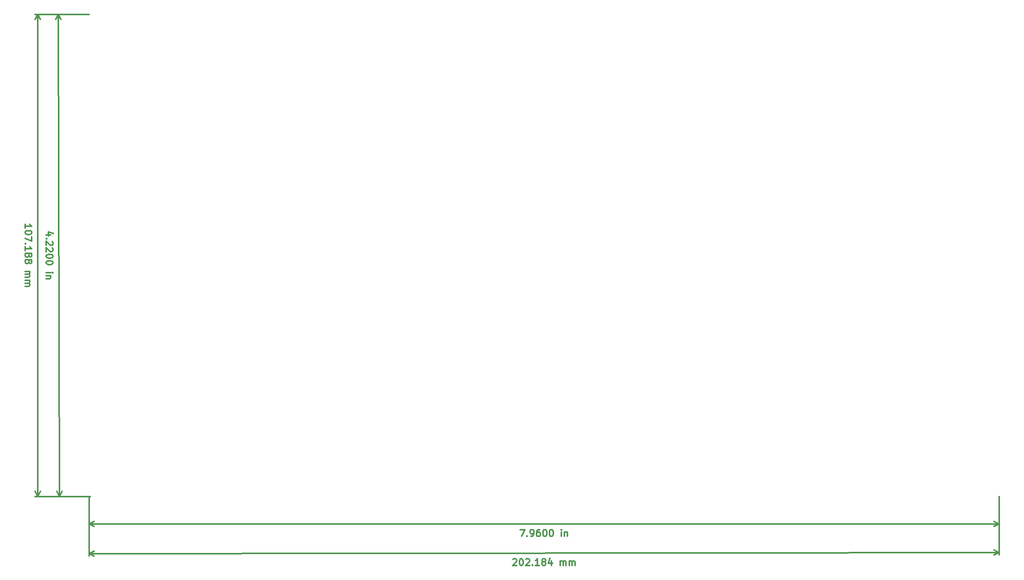
<source format=gbr>
G04 #@! TF.GenerationSoftware,KiCad,Pcbnew,(5.0.0-rc2-39-ga12b9db58)*
G04 #@! TF.CreationDate,2018-05-30T01:03:46-03:00*
G04 #@! TF.ProjectId,Mcc18,4D636331382E6B696361645F70636200,rev?*
G04 #@! TF.SameCoordinates,PX2fb84f0PY2607d70*
G04 #@! TF.FileFunction,Drawing*
%FSLAX46Y46*%
G04 Gerber Fmt 4.6, Leading zero omitted, Abs format (unit mm)*
G04 Created by KiCad (PCBNEW (5.0.0-rc2-39-ga12b9db58)) date Wed May 30 01:03:46 2018*
%MOMM*%
%LPD*%
G01*
G04 APERTURE LIST*
%ADD10C,0.300000*%
G04 APERTURE END LIST*
D10*
X95770571Y-114562571D02*
X96770571Y-114562571D01*
X96127714Y-116062571D01*
X97342000Y-115919714D02*
X97413428Y-115991142D01*
X97342000Y-116062571D01*
X97270571Y-115991142D01*
X97342000Y-115919714D01*
X97342000Y-116062571D01*
X98127714Y-116062571D02*
X98413428Y-116062571D01*
X98556285Y-115991142D01*
X98627714Y-115919714D01*
X98770571Y-115705428D01*
X98842000Y-115419714D01*
X98842000Y-114848285D01*
X98770571Y-114705428D01*
X98699142Y-114634000D01*
X98556285Y-114562571D01*
X98270571Y-114562571D01*
X98127714Y-114634000D01*
X98056285Y-114705428D01*
X97984857Y-114848285D01*
X97984857Y-115205428D01*
X98056285Y-115348285D01*
X98127714Y-115419714D01*
X98270571Y-115491142D01*
X98556285Y-115491142D01*
X98699142Y-115419714D01*
X98770571Y-115348285D01*
X98842000Y-115205428D01*
X100127714Y-114562571D02*
X99842000Y-114562571D01*
X99699142Y-114634000D01*
X99627714Y-114705428D01*
X99484857Y-114919714D01*
X99413428Y-115205428D01*
X99413428Y-115776857D01*
X99484857Y-115919714D01*
X99556285Y-115991142D01*
X99699142Y-116062571D01*
X99984857Y-116062571D01*
X100127714Y-115991142D01*
X100199142Y-115919714D01*
X100270571Y-115776857D01*
X100270571Y-115419714D01*
X100199142Y-115276857D01*
X100127714Y-115205428D01*
X99984857Y-115134000D01*
X99699142Y-115134000D01*
X99556285Y-115205428D01*
X99484857Y-115276857D01*
X99413428Y-115419714D01*
X101199142Y-114562571D02*
X101342000Y-114562571D01*
X101484857Y-114634000D01*
X101556285Y-114705428D01*
X101627714Y-114848285D01*
X101699142Y-115134000D01*
X101699142Y-115491142D01*
X101627714Y-115776857D01*
X101556285Y-115919714D01*
X101484857Y-115991142D01*
X101342000Y-116062571D01*
X101199142Y-116062571D01*
X101056285Y-115991142D01*
X100984857Y-115919714D01*
X100913428Y-115776857D01*
X100842000Y-115491142D01*
X100842000Y-115134000D01*
X100913428Y-114848285D01*
X100984857Y-114705428D01*
X101056285Y-114634000D01*
X101199142Y-114562571D01*
X102627714Y-114562571D02*
X102770571Y-114562571D01*
X102913428Y-114634000D01*
X102984857Y-114705428D01*
X103056285Y-114848285D01*
X103127714Y-115134000D01*
X103127714Y-115491142D01*
X103056285Y-115776857D01*
X102984857Y-115919714D01*
X102913428Y-115991142D01*
X102770571Y-116062571D01*
X102627714Y-116062571D01*
X102484857Y-115991142D01*
X102413428Y-115919714D01*
X102342000Y-115776857D01*
X102270571Y-115491142D01*
X102270571Y-115134000D01*
X102342000Y-114848285D01*
X102413428Y-114705428D01*
X102484857Y-114634000D01*
X102627714Y-114562571D01*
X104913428Y-116062571D02*
X104913428Y-115062571D01*
X104913428Y-114562571D02*
X104842000Y-114634000D01*
X104913428Y-114705428D01*
X104984857Y-114634000D01*
X104913428Y-114562571D01*
X104913428Y-114705428D01*
X105627714Y-115062571D02*
X105627714Y-116062571D01*
X105627714Y-115205428D02*
X105699142Y-115134000D01*
X105842000Y-115062571D01*
X106056285Y-115062571D01*
X106199142Y-115134000D01*
X106270571Y-115276857D01*
X106270571Y-116062571D01*
X0Y-113284000D02*
X202184000Y-113284000D01*
X0Y-107188000D02*
X0Y-113870421D01*
X202184000Y-107188000D02*
X202184000Y-113870421D01*
X202184000Y-113284000D02*
X201057496Y-113870421D01*
X202184000Y-113284000D02*
X201057496Y-112697579D01*
X0Y-113284000D02*
X1126504Y-113870421D01*
X0Y-113284000D02*
X1126504Y-112697579D01*
X94180854Y-121190472D02*
X94252193Y-121118954D01*
X94394960Y-121047346D01*
X94752103Y-121046897D01*
X94895049Y-121118146D01*
X94966568Y-121189485D01*
X95038176Y-121332252D01*
X95038355Y-121475109D01*
X94967196Y-121689484D01*
X94111130Y-122547703D01*
X95039701Y-122546537D01*
X95966387Y-121045371D02*
X96109245Y-121045192D01*
X96252191Y-121116441D01*
X96323710Y-121187780D01*
X96395317Y-121330547D01*
X96467105Y-121616171D01*
X96467554Y-121973314D01*
X96396484Y-122259118D01*
X96325235Y-122402065D01*
X96253896Y-122473583D01*
X96111129Y-122545191D01*
X95968272Y-122545370D01*
X95825325Y-122474121D01*
X95753807Y-122402782D01*
X95682199Y-122260015D01*
X95610411Y-121974391D01*
X95609963Y-121617248D01*
X95681032Y-121331444D01*
X95752281Y-121188498D01*
X95823620Y-121116979D01*
X95966387Y-121045371D01*
X97037995Y-121186882D02*
X97109333Y-121115364D01*
X97252101Y-121043756D01*
X97609243Y-121043308D01*
X97752190Y-121114557D01*
X97823708Y-121185895D01*
X97895316Y-121328663D01*
X97895496Y-121471520D01*
X97824336Y-121685895D01*
X96968271Y-122544114D01*
X97896842Y-122542947D01*
X98539519Y-122399283D02*
X98611037Y-122470622D01*
X98539698Y-122542140D01*
X98468180Y-122470801D01*
X98539519Y-122399283D01*
X98539698Y-122542140D01*
X100039697Y-122540255D02*
X99182555Y-122541332D01*
X99611126Y-122540794D02*
X99609242Y-121040795D01*
X99466654Y-121255260D01*
X99323976Y-121398297D01*
X99181209Y-121469904D01*
X100895763Y-121682036D02*
X100752816Y-121610787D01*
X100681298Y-121539449D01*
X100609690Y-121396681D01*
X100609600Y-121325253D01*
X100680849Y-121182306D01*
X100752188Y-121110788D01*
X100894955Y-121039180D01*
X101180669Y-121038821D01*
X101323616Y-121110070D01*
X101395134Y-121181409D01*
X101466742Y-121324176D01*
X101466832Y-121395604D01*
X101395583Y-121538551D01*
X101324244Y-121610069D01*
X101181477Y-121681677D01*
X100895763Y-121682036D01*
X100752995Y-121753644D01*
X100681657Y-121825163D01*
X100610407Y-121968109D01*
X100610766Y-122253823D01*
X100682374Y-122396591D01*
X100753893Y-122467930D01*
X100896839Y-122539179D01*
X101182553Y-122538820D01*
X101325321Y-122467212D01*
X101396660Y-122395693D01*
X101467909Y-122252747D01*
X101467550Y-121967033D01*
X101395942Y-121824265D01*
X101324423Y-121752927D01*
X101181477Y-121681677D01*
X102752725Y-121536846D02*
X102753981Y-122536846D01*
X102394864Y-120965867D02*
X102039068Y-122037743D01*
X102967638Y-122036577D01*
X104682551Y-122534423D02*
X104681294Y-121534423D01*
X104681474Y-121677280D02*
X104752813Y-121605762D01*
X104895580Y-121534154D01*
X105109866Y-121533885D01*
X105252812Y-121605134D01*
X105324420Y-121747901D01*
X105325407Y-122533615D01*
X105324420Y-121747901D02*
X105395669Y-121604955D01*
X105538437Y-121533347D01*
X105752722Y-121533077D01*
X105895669Y-121604326D01*
X105967277Y-121747094D01*
X105968264Y-122532807D01*
X106682549Y-122531910D02*
X106681293Y-121531911D01*
X106681472Y-121674768D02*
X106752811Y-121603250D01*
X106895578Y-121531642D01*
X107109864Y-121531372D01*
X107252811Y-121602622D01*
X107324419Y-121745389D01*
X107325406Y-122531103D01*
X107324419Y-121745389D02*
X107395668Y-121602442D01*
X107538435Y-121530834D01*
X107752721Y-121530565D01*
X107895667Y-121601814D01*
X107967275Y-121744581D01*
X107968262Y-122530295D01*
X202199635Y-119633341D02*
X15635Y-119887341D01*
X202184000Y-107188000D02*
X202200372Y-120219761D01*
X0Y-107442000D02*
X16372Y-120473761D01*
X15635Y-119887341D02*
X1141401Y-119299506D01*
X15635Y-119887341D02*
X1142875Y-120472346D01*
X202199635Y-119633341D02*
X201072395Y-119048336D01*
X202199635Y-119633341D02*
X201073869Y-120221176D01*
X-8516063Y-49078753D02*
X-9516060Y-49081123D01*
X-7945482Y-48720257D02*
X-9017754Y-48365654D01*
X-9015554Y-49294223D01*
X-9371342Y-49866496D02*
X-9442601Y-49938094D01*
X-9514198Y-49866835D01*
X-9442939Y-49795237D01*
X-9371342Y-49866496D01*
X-9514198Y-49866835D01*
X-8155536Y-50506474D02*
X-8083938Y-50577733D01*
X-8012171Y-50720421D01*
X-8011325Y-51077563D01*
X-8082415Y-51220589D01*
X-8153674Y-51292186D01*
X-8296361Y-51363953D01*
X-8439218Y-51364292D01*
X-8653673Y-51293371D01*
X-9512844Y-50438262D01*
X-9510644Y-51366831D01*
X-8152151Y-51935042D02*
X-8080553Y-52006301D01*
X-8008786Y-52148988D01*
X-8007940Y-52506130D01*
X-8079030Y-52649156D01*
X-8150289Y-52720754D01*
X-8292976Y-52792521D01*
X-8435833Y-52792859D01*
X-8650287Y-52721939D01*
X-9509459Y-51866829D01*
X-9507259Y-52795398D01*
X-8005062Y-53720413D02*
X-8004724Y-53863269D01*
X-8075814Y-54006295D01*
X-8147073Y-54077893D01*
X-8289760Y-54149660D01*
X-8575304Y-54221765D01*
X-8932446Y-54222612D01*
X-9218329Y-54151860D01*
X-9361355Y-54080770D01*
X-9432953Y-54009511D01*
X-9504720Y-53866824D01*
X-9505058Y-53723967D01*
X-9433968Y-53580941D01*
X-9362709Y-53509343D01*
X-9220022Y-53437577D01*
X-8934477Y-53365471D01*
X-8577336Y-53364625D01*
X-8291453Y-53435376D01*
X-8148427Y-53506466D01*
X-8076829Y-53577725D01*
X-8005062Y-53720413D01*
X-8001677Y-55148980D02*
X-8001339Y-55291837D01*
X-8072428Y-55434863D01*
X-8143688Y-55506460D01*
X-8286375Y-55578227D01*
X-8571919Y-55650333D01*
X-8929061Y-55651179D01*
X-9214944Y-55580428D01*
X-9357970Y-55509338D01*
X-9429567Y-55438079D01*
X-9501334Y-55295391D01*
X-9501673Y-55152534D01*
X-9430583Y-55009508D01*
X-9359324Y-54937911D01*
X-9216636Y-54866144D01*
X-8931092Y-54794039D01*
X-8573950Y-54793192D01*
X-8288068Y-54863944D01*
X-8145042Y-54935033D01*
X-8073444Y-55006292D01*
X-8001677Y-55148980D01*
X-9496257Y-57438242D02*
X-8496259Y-57435873D01*
X-7996261Y-57434688D02*
X-8067858Y-57363429D01*
X-8139117Y-57435026D01*
X-8067520Y-57506285D01*
X-7996261Y-57434688D01*
X-8139117Y-57435026D01*
X-8494567Y-58150156D02*
X-9494564Y-58152526D01*
X-8637423Y-58150495D02*
X-8565826Y-58221754D01*
X-8494059Y-58364441D01*
X-8493551Y-58578727D01*
X-8564641Y-58721753D01*
X-8707328Y-58793519D01*
X-9493041Y-58795381D01*
X-6853748Y-16241D02*
X-6599748Y-107204241D01*
X0Y0D02*
X-7440167Y-17631D01*
X254000Y-107188000D02*
X-7186167Y-107205631D01*
X-6599748Y-107204241D02*
X-7188837Y-106079130D01*
X-6599748Y-107204241D02*
X-6015998Y-106076351D01*
X-6853748Y-16241D02*
X-7437498Y-1144131D01*
X-6853748Y-16241D02*
X-6264659Y-1141352D01*
X-14208572Y-47522571D02*
X-14208572Y-46665428D01*
X-14208572Y-47094000D02*
X-12708572Y-47094000D01*
X-12922858Y-46951142D01*
X-13065715Y-46808285D01*
X-13137143Y-46665428D01*
X-12708572Y-48451142D02*
X-12708572Y-48594000D01*
X-12780000Y-48736857D01*
X-12851429Y-48808285D01*
X-12994286Y-48879714D01*
X-13280000Y-48951142D01*
X-13637143Y-48951142D01*
X-13922858Y-48879714D01*
X-14065715Y-48808285D01*
X-14137143Y-48736857D01*
X-14208572Y-48594000D01*
X-14208572Y-48451142D01*
X-14137143Y-48308285D01*
X-14065715Y-48236857D01*
X-13922858Y-48165428D01*
X-13637143Y-48094000D01*
X-13280000Y-48094000D01*
X-12994286Y-48165428D01*
X-12851429Y-48236857D01*
X-12780000Y-48308285D01*
X-12708572Y-48451142D01*
X-12708572Y-49451142D02*
X-12708572Y-50451142D01*
X-14208572Y-49808285D01*
X-14065715Y-51022571D02*
X-14137143Y-51094000D01*
X-14208572Y-51022571D01*
X-14137143Y-50951142D01*
X-14065715Y-51022571D01*
X-14208572Y-51022571D01*
X-14208572Y-52522571D02*
X-14208572Y-51665428D01*
X-14208572Y-52094000D02*
X-12708572Y-52094000D01*
X-12922858Y-51951142D01*
X-13065715Y-51808285D01*
X-13137143Y-51665428D01*
X-13351429Y-53379714D02*
X-13280000Y-53236857D01*
X-13208572Y-53165428D01*
X-13065715Y-53094000D01*
X-12994286Y-53094000D01*
X-12851429Y-53165428D01*
X-12780000Y-53236857D01*
X-12708572Y-53379714D01*
X-12708572Y-53665428D01*
X-12780000Y-53808285D01*
X-12851429Y-53879714D01*
X-12994286Y-53951142D01*
X-13065715Y-53951142D01*
X-13208572Y-53879714D01*
X-13280000Y-53808285D01*
X-13351429Y-53665428D01*
X-13351429Y-53379714D01*
X-13422858Y-53236857D01*
X-13494286Y-53165428D01*
X-13637143Y-53094000D01*
X-13922858Y-53094000D01*
X-14065715Y-53165428D01*
X-14137143Y-53236857D01*
X-14208572Y-53379714D01*
X-14208572Y-53665428D01*
X-14137143Y-53808285D01*
X-14065715Y-53879714D01*
X-13922858Y-53951142D01*
X-13637143Y-53951142D01*
X-13494286Y-53879714D01*
X-13422858Y-53808285D01*
X-13351429Y-53665428D01*
X-13351429Y-54808285D02*
X-13280000Y-54665428D01*
X-13208572Y-54594000D01*
X-13065715Y-54522571D01*
X-12994286Y-54522571D01*
X-12851429Y-54594000D01*
X-12780000Y-54665428D01*
X-12708572Y-54808285D01*
X-12708572Y-55094000D01*
X-12780000Y-55236857D01*
X-12851429Y-55308285D01*
X-12994286Y-55379714D01*
X-13065715Y-55379714D01*
X-13208572Y-55308285D01*
X-13280000Y-55236857D01*
X-13351429Y-55094000D01*
X-13351429Y-54808285D01*
X-13422858Y-54665428D01*
X-13494286Y-54594000D01*
X-13637143Y-54522571D01*
X-13922858Y-54522571D01*
X-14065715Y-54594000D01*
X-14137143Y-54665428D01*
X-14208572Y-54808285D01*
X-14208572Y-55094000D01*
X-14137143Y-55236857D01*
X-14065715Y-55308285D01*
X-13922858Y-55379714D01*
X-13637143Y-55379714D01*
X-13494286Y-55308285D01*
X-13422858Y-55236857D01*
X-13351429Y-55094000D01*
X-14208572Y-57165428D02*
X-13208572Y-57165428D01*
X-13351429Y-57165428D02*
X-13280000Y-57236857D01*
X-13208572Y-57379714D01*
X-13208572Y-57594000D01*
X-13280000Y-57736857D01*
X-13422858Y-57808285D01*
X-14208572Y-57808285D01*
X-13422858Y-57808285D02*
X-13280000Y-57879714D01*
X-13208572Y-58022571D01*
X-13208572Y-58236857D01*
X-13280000Y-58379714D01*
X-13422858Y-58451142D01*
X-14208572Y-58451142D01*
X-14208572Y-59165428D02*
X-13208572Y-59165428D01*
X-13351429Y-59165428D02*
X-13280000Y-59236857D01*
X-13208572Y-59379714D01*
X-13208572Y-59594000D01*
X-13280000Y-59736857D01*
X-13422858Y-59808285D01*
X-14208572Y-59808285D01*
X-13422858Y-59808285D02*
X-13280000Y-59879714D01*
X-13208572Y-60022571D01*
X-13208572Y-60236857D01*
X-13280000Y-60379714D01*
X-13422858Y-60451142D01*
X-14208572Y-60451142D01*
X-11430000Y0D02*
X-11430000Y-107188000D01*
X0Y0D02*
X-12016421Y0D01*
X0Y-107188000D02*
X-12016421Y-107188000D01*
X-11430000Y-107188000D02*
X-12016421Y-106061496D01*
X-11430000Y-107188000D02*
X-10843579Y-106061496D01*
X-11430000Y0D02*
X-12016421Y-1126504D01*
X-11430000Y0D02*
X-10843579Y-1126504D01*
M02*

</source>
